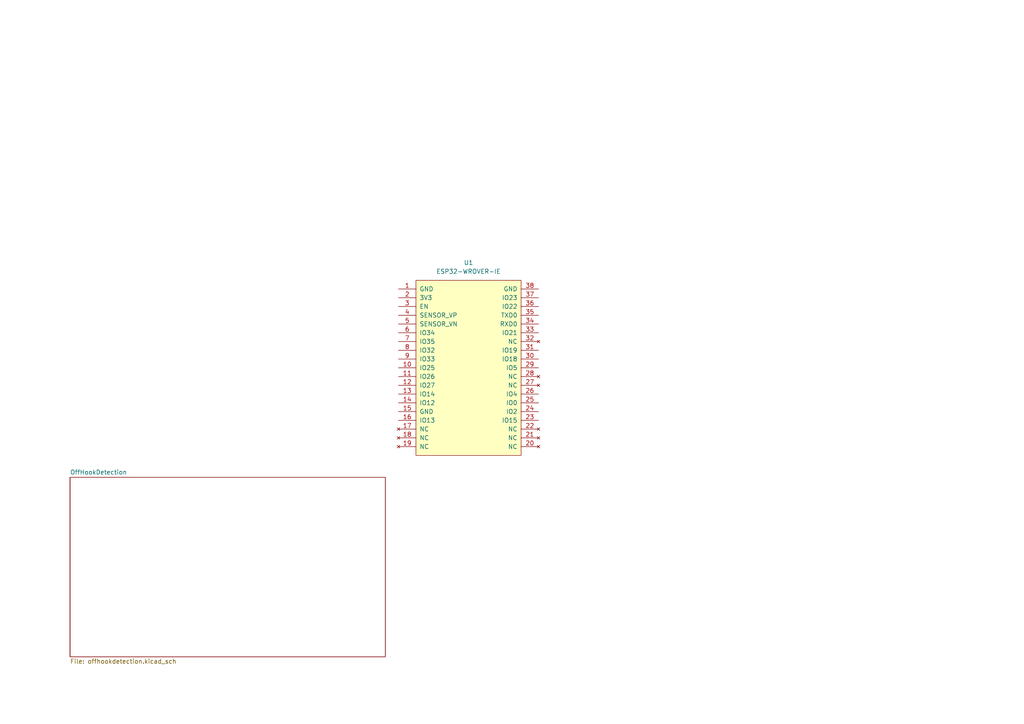
<source format=kicad_sch>
(kicad_sch (version 20231120) (generator "eeschema") (generator_version "8.0")
  (paper "A4")
  (lib_symbols
    (symbol "EspressIf:ESP32-WROVER-IE" (pin_names (offset 1.016))
      (property "Reference" "U" (at -15.24 26.67 0))
      (property "Value" "ESP32-WROVER-IE" (at -6.35 -26.67 0))
      (symbol "ESP32-WROVER-IE_0_1"
        (rectangle (start -15.24 25.4) (end 15.24 -25.4) (fill (type background)))
      )
      (symbol "ESP32-WROVER-IE_1_1"
        (pin power_in line (at -20.32 22.86 0) (length 5.08) (name "GND") (number "1"))
        (pin bidirectional line (at -20.32 0 0) (length 5.08) (name "IO25") (number "10"))
        (pin bidirectional line (at -20.32 -2.54 0) (length 5.08) (name "IO26") (number "11"))
        (pin bidirectional line (at -20.32 -5.08 0) (length 5.08) (name "IO27") (number "12"))
        (pin bidirectional line (at -20.32 -7.62 0) (length 5.08) (name "IO14") (number "13"))
        (pin bidirectional line (at -20.32 -10.16 0) (length 5.08) (name "IO12") (number "14"))
        (pin power_in line (at -20.32 -12.7 0) (length 5.08) (name "GND") (number "15"))
        (pin bidirectional line (at -20.32 -15.24 0) (length 5.08) (name "IO13") (number "16"))
        (pin no_connect line (at -20.32 -17.78 0) (length 5.08) (name "NC") (number "17"))
        (pin no_connect line (at -20.32 -20.32 0) (length 5.08) (name "NC") (number "18"))
        (pin no_connect line (at -20.32 -22.86 0) (length 5.08) (name "NC") (number "19"))
        (pin power_in line (at -20.32 20.32 0) (length 5.08) (name "3V3") (number "2"))
        (pin no_connect line (at 20.32 -22.86 180) (length 5.08) (name "NC") (number "20"))
        (pin no_connect line (at 20.32 -20.32 180) (length 5.08) (name "NC") (number "21"))
        (pin no_connect line (at 20.32 -17.78 180) (length 5.08) (name "NC") (number "22"))
        (pin bidirectional line (at 20.32 -15.24 180) (length 5.08) (name "IO15") (number "23"))
        (pin bidirectional line (at 20.32 -12.7 180) (length 5.08) (name "IO2") (number "24"))
        (pin bidirectional line (at 20.32 -10.16 180) (length 5.08) (name "IO0") (number "25"))
        (pin bidirectional line (at 20.32 -7.62 180) (length 5.08) (name "IO4") (number "26"))
        (pin no_connect line (at 20.32 -5.08 180) (length 5.08) (name "NC") (number "27"))
        (pin no_connect line (at 20.32 -2.54 180) (length 5.08) (name "NC") (number "28"))
        (pin bidirectional line (at 20.32 0 180) (length 5.08) (name "IO5") (number "29"))
        (pin input line (at -20.32 17.78 0) (length 5.08) (name "EN") (number "3"))
        (pin bidirectional line (at 20.32 2.54 180) (length 5.08) (name "IO18") (number "30"))
        (pin bidirectional line (at 20.32 5.08 180) (length 5.08) (name "IO19") (number "31"))
        (pin no_connect line (at 20.32 7.62 180) (length 5.08) (name "NC") (number "32"))
        (pin bidirectional line (at 20.32 10.16 180) (length 5.08) (name "IO21") (number "33"))
        (pin output line (at 20.32 12.7 180) (length 5.08) (name "RXD0") (number "34"))
        (pin output line (at 20.32 15.24 180) (length 5.08) (name "TXD0") (number "35"))
        (pin bidirectional line (at 20.32 17.78 180) (length 5.08) (name "IO22") (number "36"))
        (pin bidirectional line (at 20.32 20.32 180) (length 5.08) (name "IO23") (number "37"))
        (pin power_in line (at 20.32 22.86 180) (length 5.08) (name "GND") (number "38"))
        (pin output line (at -20.32 15.24 0) (length 5.08) (name "SENSOR_VP") (number "4"))
        (pin output line (at -20.32 12.7 0) (length 5.08) (name "SENSOR_VN") (number "5"))
        (pin bidirectional line (at -20.32 10.16 0) (length 5.08) (name "IO34") (number "6"))
        (pin bidirectional line (at -20.32 7.62 0) (length 5.08) (name "IO35") (number "7"))
        (pin bidirectional line (at -20.32 5.08 0) (length 5.08) (name "IO32") (number "8"))
        (pin bidirectional line (at -20.32 2.54 0) (length 5.08) (name "IO33") (number "9"))
      )
    )
  )
  (symbol (lib_id "EspressIf:ESP32-WROVER-IE") (at 135.89 106.68 0) (unit 1)
    (property "Reference" "U1" (at 135.89 76.2 0))
    (property "Value" "ESP32-WROVER-IE" (at 135.89 78.74 0))
  )
  (sheet (at 20.32 138.43) (size 91.44 52.07) (stroke (width 0.1524))
    (property "Sheetname" "OffHookDetection" (at 20.32 137.7184 0) (effects (justify left bottom)))
    (property "Sheetfile" "offhookdetection.kicad_sch" (at 20.32 191.0846 0) (effects (justify left top)))
  )
)
</source>
